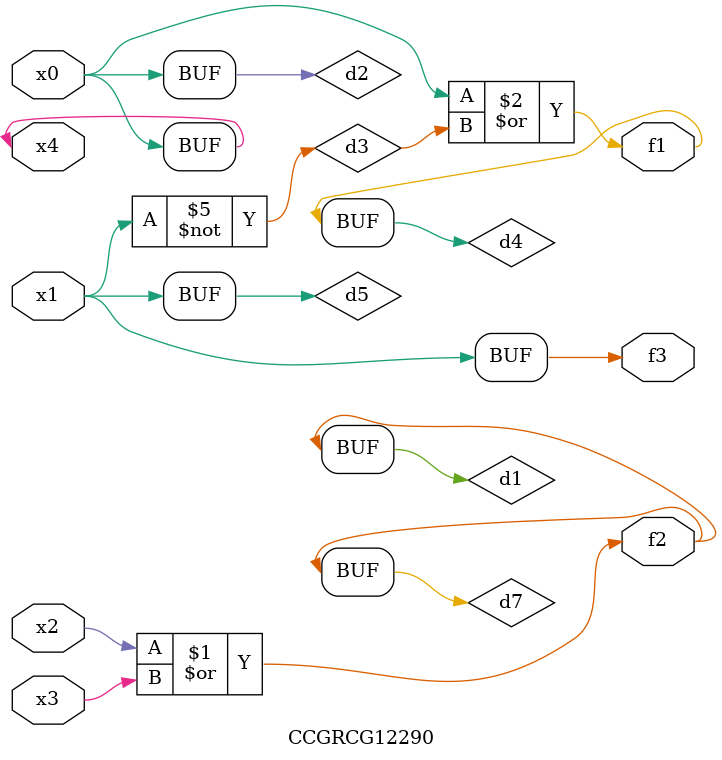
<source format=v>
module CCGRCG12290(
	input x0, x1, x2, x3, x4,
	output f1, f2, f3
);

	wire d1, d2, d3, d4, d5, d6, d7;

	or (d1, x2, x3);
	buf (d2, x0, x4);
	not (d3, x1);
	or (d4, d2, d3);
	not (d5, d3);
	nand (d6, d1, d3);
	or (d7, d1);
	assign f1 = d4;
	assign f2 = d7;
	assign f3 = d5;
endmodule

</source>
